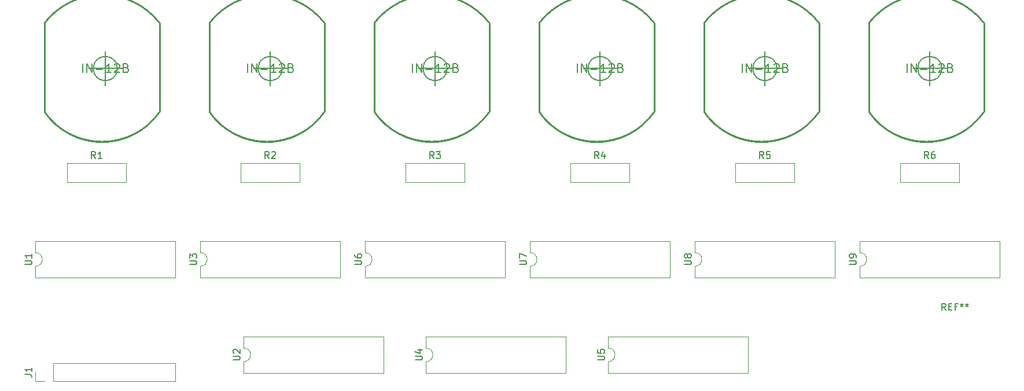
<source format=gbr>
G04 #@! TF.GenerationSoftware,KiCad,Pcbnew,(5.0.2)-1*
G04 #@! TF.CreationDate,2019-01-06T13:33:06-08:00*
G04 #@! TF.ProjectId,banana-nixie-clock,62616e61-6e61-42d6-9e69-7869652d636c,rev?*
G04 #@! TF.SameCoordinates,Original*
G04 #@! TF.FileFunction,Legend,Top*
G04 #@! TF.FilePolarity,Positive*
%FSLAX46Y46*%
G04 Gerber Fmt 4.6, Leading zero omitted, Abs format (unit mm)*
G04 Created by KiCad (PCBNEW (5.0.2)-1) date 1/6/2019 1:33:06 PM*
%MOMM*%
%LPD*%
G01*
G04 APERTURE LIST*
%ADD10C,0.254000*%
%ADD11C,0.127000*%
%ADD12C,0.063500*%
%ADD13C,0.120000*%
%ADD14C,0.150000*%
G04 APERTURE END LIST*
D10*
G04 #@! TO.C,N1*
X43489063Y-46658373D02*
G75*
G03X26670000Y-46672500I-8404043J-6541927D01*
G01*
X26679179Y-59699623D02*
G75*
G03X43497500Y-59690000I8405841J5805903D01*
G01*
D11*
X26672035Y-59689295D02*
G75*
G03X43497500Y-59690000I8412985J6011475D01*
G01*
X43489982Y-46659719D02*
G75*
G03X26670000Y-46672500I-8404962J-6624401D01*
G01*
X35560000Y-55839360D02*
X35560000Y-50840640D01*
X33060640Y-53340000D02*
X38059360Y-53340000D01*
X37327314Y-53340000D02*
G75*
G03X37327314Y-53340000I-1767314J0D01*
G01*
D12*
X37356051Y-53340000D02*
G75*
G03X37356051Y-53340000I-1796051J0D01*
G01*
D10*
X26670000Y-59529980D02*
X26670000Y-59690000D01*
X26670000Y-59529980D02*
X26670000Y-46672500D01*
X43497500Y-46672500D02*
X43497500Y-59690000D01*
G04 #@! TO.C,N2*
X67627500Y-46672500D02*
X67627500Y-59690000D01*
X50800000Y-59529980D02*
X50800000Y-46672500D01*
X50800000Y-59529980D02*
X50800000Y-59690000D01*
D12*
X61486051Y-53340000D02*
G75*
G03X61486051Y-53340000I-1796051J0D01*
G01*
D11*
X61457314Y-53340000D02*
G75*
G03X61457314Y-53340000I-1767314J0D01*
G01*
X57190640Y-53340000D02*
X62189360Y-53340000D01*
X59690000Y-55839360D02*
X59690000Y-50840640D01*
X67619982Y-46659719D02*
G75*
G03X50800000Y-46672500I-8404962J-6624401D01*
G01*
X50802035Y-59689295D02*
G75*
G03X67627500Y-59690000I8412985J6011475D01*
G01*
D10*
X50809179Y-59699623D02*
G75*
G03X67627500Y-59690000I8405841J5805903D01*
G01*
X67619063Y-46658373D02*
G75*
G03X50800000Y-46672500I-8404043J-6541927D01*
G01*
G04 #@! TO.C,N3*
X91749063Y-46658373D02*
G75*
G03X74930000Y-46672500I-8404043J-6541927D01*
G01*
X74939179Y-59699623D02*
G75*
G03X91757500Y-59690000I8405841J5805903D01*
G01*
D11*
X74932035Y-59689295D02*
G75*
G03X91757500Y-59690000I8412985J6011475D01*
G01*
X91749982Y-46659719D02*
G75*
G03X74930000Y-46672500I-8404962J-6624401D01*
G01*
X83820000Y-55839360D02*
X83820000Y-50840640D01*
X81320640Y-53340000D02*
X86319360Y-53340000D01*
X85587314Y-53340000D02*
G75*
G03X85587314Y-53340000I-1767314J0D01*
G01*
D12*
X85616051Y-53340000D02*
G75*
G03X85616051Y-53340000I-1796051J0D01*
G01*
D10*
X74930000Y-59529980D02*
X74930000Y-59690000D01*
X74930000Y-59529980D02*
X74930000Y-46672500D01*
X91757500Y-46672500D02*
X91757500Y-59690000D01*
G04 #@! TO.C,N4*
X115887500Y-46672500D02*
X115887500Y-59690000D01*
X99060000Y-59529980D02*
X99060000Y-46672500D01*
X99060000Y-59529980D02*
X99060000Y-59690000D01*
D12*
X109746051Y-53340000D02*
G75*
G03X109746051Y-53340000I-1796051J0D01*
G01*
D11*
X109717314Y-53340000D02*
G75*
G03X109717314Y-53340000I-1767314J0D01*
G01*
X105450640Y-53340000D02*
X110449360Y-53340000D01*
X107950000Y-55839360D02*
X107950000Y-50840640D01*
X115879982Y-46659719D02*
G75*
G03X99060000Y-46672500I-8404962J-6624401D01*
G01*
X99062035Y-59689295D02*
G75*
G03X115887500Y-59690000I8412985J6011475D01*
G01*
D10*
X99069179Y-59699623D02*
G75*
G03X115887500Y-59690000I8405841J5805903D01*
G01*
X115879063Y-46658373D02*
G75*
G03X99060000Y-46672500I-8404043J-6541927D01*
G01*
G04 #@! TO.C,N5*
X140009063Y-46658373D02*
G75*
G03X123190000Y-46672500I-8404043J-6541927D01*
G01*
X123199179Y-59699623D02*
G75*
G03X140017500Y-59690000I8405841J5805903D01*
G01*
D11*
X123192035Y-59689295D02*
G75*
G03X140017500Y-59690000I8412985J6011475D01*
G01*
X140009982Y-46659719D02*
G75*
G03X123190000Y-46672500I-8404962J-6624401D01*
G01*
X132080000Y-55839360D02*
X132080000Y-50840640D01*
X129580640Y-53340000D02*
X134579360Y-53340000D01*
X133847314Y-53340000D02*
G75*
G03X133847314Y-53340000I-1767314J0D01*
G01*
D12*
X133876051Y-53340000D02*
G75*
G03X133876051Y-53340000I-1796051J0D01*
G01*
D10*
X123190000Y-59529980D02*
X123190000Y-59690000D01*
X123190000Y-59529980D02*
X123190000Y-46672500D01*
X140017500Y-46672500D02*
X140017500Y-59690000D01*
G04 #@! TO.C,N6*
X164147500Y-46672500D02*
X164147500Y-59690000D01*
X147320000Y-59529980D02*
X147320000Y-46672500D01*
X147320000Y-59529980D02*
X147320000Y-59690000D01*
D12*
X158006051Y-53340000D02*
G75*
G03X158006051Y-53340000I-1796051J0D01*
G01*
D11*
X157977314Y-53340000D02*
G75*
G03X157977314Y-53340000I-1767314J0D01*
G01*
X153710640Y-53340000D02*
X158709360Y-53340000D01*
X156210000Y-55839360D02*
X156210000Y-50840640D01*
X164139982Y-46659719D02*
G75*
G03X147320000Y-46672500I-8404962J-6624401D01*
G01*
X147322035Y-59689295D02*
G75*
G03X164147500Y-59690000I8412985J6011475D01*
G01*
D10*
X147329179Y-59699623D02*
G75*
G03X164147500Y-59690000I8405841J5805903D01*
G01*
X164139063Y-46658373D02*
G75*
G03X147320000Y-46672500I-8404043J-6541927D01*
G01*
D13*
G04 #@! TO.C,J1*
X45780000Y-99120000D02*
X45780000Y-96460000D01*
X27940000Y-99120000D02*
X45780000Y-99120000D01*
X27940000Y-96460000D02*
X45780000Y-96460000D01*
X27940000Y-99120000D02*
X27940000Y-96460000D01*
X26670000Y-99120000D02*
X25340000Y-99120000D01*
X25340000Y-99120000D02*
X25340000Y-97790000D01*
G04 #@! TO.C,U4*
X82490000Y-94250000D02*
G75*
G02X82490000Y-96250000I0J-1000000D01*
G01*
X82490000Y-96250000D02*
X82490000Y-97900000D01*
X82490000Y-97900000D02*
X102930000Y-97900000D01*
X102930000Y-97900000D02*
X102930000Y-92600000D01*
X102930000Y-92600000D02*
X82490000Y-92600000D01*
X82490000Y-92600000D02*
X82490000Y-94250000D01*
G04 #@! TO.C,U1*
X25340000Y-78630000D02*
X25340000Y-80280000D01*
X45780000Y-78630000D02*
X25340000Y-78630000D01*
X45780000Y-83930000D02*
X45780000Y-78630000D01*
X25340000Y-83930000D02*
X45780000Y-83930000D01*
X25340000Y-82280000D02*
X25340000Y-83930000D01*
X25340000Y-80280000D02*
G75*
G02X25340000Y-82280000I0J-1000000D01*
G01*
G04 #@! TO.C,U2*
X55820000Y-94250000D02*
G75*
G02X55820000Y-96250000I0J-1000000D01*
G01*
X55820000Y-96250000D02*
X55820000Y-97900000D01*
X55820000Y-97900000D02*
X76260000Y-97900000D01*
X76260000Y-97900000D02*
X76260000Y-92600000D01*
X76260000Y-92600000D02*
X55820000Y-92600000D01*
X55820000Y-92600000D02*
X55820000Y-94250000D01*
G04 #@! TO.C,U3*
X49470000Y-78630000D02*
X49470000Y-80280000D01*
X69910000Y-78630000D02*
X49470000Y-78630000D01*
X69910000Y-83930000D02*
X69910000Y-78630000D01*
X49470000Y-83930000D02*
X69910000Y-83930000D01*
X49470000Y-82280000D02*
X49470000Y-83930000D01*
X49470000Y-80280000D02*
G75*
G02X49470000Y-82280000I0J-1000000D01*
G01*
G04 #@! TO.C,U5*
X109160000Y-94250000D02*
G75*
G02X109160000Y-96250000I0J-1000000D01*
G01*
X109160000Y-96250000D02*
X109160000Y-97900000D01*
X109160000Y-97900000D02*
X129600000Y-97900000D01*
X129600000Y-97900000D02*
X129600000Y-92600000D01*
X129600000Y-92600000D02*
X109160000Y-92600000D01*
X109160000Y-92600000D02*
X109160000Y-94250000D01*
G04 #@! TO.C,U7*
X97730000Y-78630000D02*
X97730000Y-80280000D01*
X118170000Y-78630000D02*
X97730000Y-78630000D01*
X118170000Y-83930000D02*
X118170000Y-78630000D01*
X97730000Y-83930000D02*
X118170000Y-83930000D01*
X97730000Y-82280000D02*
X97730000Y-83930000D01*
X97730000Y-80280000D02*
G75*
G02X97730000Y-82280000I0J-1000000D01*
G01*
G04 #@! TO.C,U8*
X121860000Y-80280000D02*
G75*
G02X121860000Y-82280000I0J-1000000D01*
G01*
X121860000Y-82280000D02*
X121860000Y-83930000D01*
X121860000Y-83930000D02*
X142300000Y-83930000D01*
X142300000Y-83930000D02*
X142300000Y-78630000D01*
X142300000Y-78630000D02*
X121860000Y-78630000D01*
X121860000Y-78630000D02*
X121860000Y-80280000D01*
G04 #@! TO.C,U9*
X145990000Y-78630000D02*
X145990000Y-80280000D01*
X166430000Y-78630000D02*
X145990000Y-78630000D01*
X166430000Y-83930000D02*
X166430000Y-78630000D01*
X145990000Y-83930000D02*
X166430000Y-83930000D01*
X145990000Y-82280000D02*
X145990000Y-83930000D01*
X145990000Y-80280000D02*
G75*
G02X145990000Y-82280000I0J-1000000D01*
G01*
G04 #@! TO.C,U6*
X73600000Y-80280000D02*
G75*
G02X73600000Y-82280000I0J-1000000D01*
G01*
X73600000Y-82280000D02*
X73600000Y-83930000D01*
X73600000Y-83930000D02*
X94040000Y-83930000D01*
X94040000Y-83930000D02*
X94040000Y-78630000D01*
X94040000Y-78630000D02*
X73600000Y-78630000D01*
X73600000Y-78630000D02*
X73600000Y-80280000D01*
G04 #@! TO.C,R2*
X64000000Y-67190000D02*
X64000000Y-69970000D01*
X55380000Y-67190000D02*
X55380000Y-69970000D01*
X55380000Y-69970000D02*
X64000000Y-69970000D01*
X55380000Y-67190000D02*
X64000000Y-67190000D01*
G04 #@! TO.C,R1*
X29980000Y-67190000D02*
X38600000Y-67190000D01*
X29980000Y-69970000D02*
X38600000Y-69970000D01*
X29980000Y-67190000D02*
X29980000Y-69970000D01*
X38600000Y-67190000D02*
X38600000Y-69970000D01*
G04 #@! TO.C,R6*
X160520000Y-67190000D02*
X160520000Y-69970000D01*
X151900000Y-67190000D02*
X151900000Y-69970000D01*
X151900000Y-69970000D02*
X160520000Y-69970000D01*
X151900000Y-67190000D02*
X160520000Y-67190000D01*
G04 #@! TO.C,R5*
X127770000Y-67190000D02*
X136390000Y-67190000D01*
X127770000Y-69970000D02*
X136390000Y-69970000D01*
X127770000Y-67190000D02*
X127770000Y-69970000D01*
X136390000Y-67190000D02*
X136390000Y-69970000D01*
G04 #@! TO.C,R4*
X112260000Y-67190000D02*
X112260000Y-69970000D01*
X103640000Y-67190000D02*
X103640000Y-69970000D01*
X103640000Y-69970000D02*
X112260000Y-69970000D01*
X103640000Y-67190000D02*
X112260000Y-67190000D01*
G04 #@! TO.C,R3*
X79510000Y-67190000D02*
X88130000Y-67190000D01*
X79510000Y-69970000D02*
X88130000Y-69970000D01*
X79510000Y-67190000D02*
X79510000Y-69970000D01*
X88130000Y-67190000D02*
X88130000Y-69970000D01*
G04 #@! TO.C,N1*
D14*
X32264047Y-53914523D02*
X32264047Y-52644523D01*
X32868809Y-53914523D02*
X32868809Y-52644523D01*
X33594523Y-53914523D01*
X33594523Y-52644523D01*
X34199285Y-53430714D02*
X35166904Y-53430714D01*
X36436904Y-53914523D02*
X35711190Y-53914523D01*
X36074047Y-53914523D02*
X36074047Y-52644523D01*
X35953095Y-52825952D01*
X35832142Y-52946904D01*
X35711190Y-53007380D01*
X36920714Y-52765476D02*
X36981190Y-52705000D01*
X37102142Y-52644523D01*
X37404523Y-52644523D01*
X37525476Y-52705000D01*
X37585952Y-52765476D01*
X37646428Y-52886428D01*
X37646428Y-53007380D01*
X37585952Y-53188809D01*
X36860238Y-53914523D01*
X37646428Y-53914523D01*
X38614047Y-53249285D02*
X38795476Y-53309761D01*
X38855952Y-53370238D01*
X38916428Y-53491190D01*
X38916428Y-53672619D01*
X38855952Y-53793571D01*
X38795476Y-53854047D01*
X38674523Y-53914523D01*
X38190714Y-53914523D01*
X38190714Y-52644523D01*
X38614047Y-52644523D01*
X38735000Y-52705000D01*
X38795476Y-52765476D01*
X38855952Y-52886428D01*
X38855952Y-53007380D01*
X38795476Y-53128333D01*
X38735000Y-53188809D01*
X38614047Y-53249285D01*
X38190714Y-53249285D01*
G04 #@! TO.C,N2*
X56394047Y-53914523D02*
X56394047Y-52644523D01*
X56998809Y-53914523D02*
X56998809Y-52644523D01*
X57724523Y-53914523D01*
X57724523Y-52644523D01*
X58329285Y-53430714D02*
X59296904Y-53430714D01*
X60566904Y-53914523D02*
X59841190Y-53914523D01*
X60204047Y-53914523D02*
X60204047Y-52644523D01*
X60083095Y-52825952D01*
X59962142Y-52946904D01*
X59841190Y-53007380D01*
X61050714Y-52765476D02*
X61111190Y-52705000D01*
X61232142Y-52644523D01*
X61534523Y-52644523D01*
X61655476Y-52705000D01*
X61715952Y-52765476D01*
X61776428Y-52886428D01*
X61776428Y-53007380D01*
X61715952Y-53188809D01*
X60990238Y-53914523D01*
X61776428Y-53914523D01*
X62744047Y-53249285D02*
X62925476Y-53309761D01*
X62985952Y-53370238D01*
X63046428Y-53491190D01*
X63046428Y-53672619D01*
X62985952Y-53793571D01*
X62925476Y-53854047D01*
X62804523Y-53914523D01*
X62320714Y-53914523D01*
X62320714Y-52644523D01*
X62744047Y-52644523D01*
X62865000Y-52705000D01*
X62925476Y-52765476D01*
X62985952Y-52886428D01*
X62985952Y-53007380D01*
X62925476Y-53128333D01*
X62865000Y-53188809D01*
X62744047Y-53249285D01*
X62320714Y-53249285D01*
G04 #@! TO.C,N3*
X80524047Y-53914523D02*
X80524047Y-52644523D01*
X81128809Y-53914523D02*
X81128809Y-52644523D01*
X81854523Y-53914523D01*
X81854523Y-52644523D01*
X82459285Y-53430714D02*
X83426904Y-53430714D01*
X84696904Y-53914523D02*
X83971190Y-53914523D01*
X84334047Y-53914523D02*
X84334047Y-52644523D01*
X84213095Y-52825952D01*
X84092142Y-52946904D01*
X83971190Y-53007380D01*
X85180714Y-52765476D02*
X85241190Y-52705000D01*
X85362142Y-52644523D01*
X85664523Y-52644523D01*
X85785476Y-52705000D01*
X85845952Y-52765476D01*
X85906428Y-52886428D01*
X85906428Y-53007380D01*
X85845952Y-53188809D01*
X85120238Y-53914523D01*
X85906428Y-53914523D01*
X86874047Y-53249285D02*
X87055476Y-53309761D01*
X87115952Y-53370238D01*
X87176428Y-53491190D01*
X87176428Y-53672619D01*
X87115952Y-53793571D01*
X87055476Y-53854047D01*
X86934523Y-53914523D01*
X86450714Y-53914523D01*
X86450714Y-52644523D01*
X86874047Y-52644523D01*
X86995000Y-52705000D01*
X87055476Y-52765476D01*
X87115952Y-52886428D01*
X87115952Y-53007380D01*
X87055476Y-53128333D01*
X86995000Y-53188809D01*
X86874047Y-53249285D01*
X86450714Y-53249285D01*
G04 #@! TO.C,N4*
X104654047Y-53914523D02*
X104654047Y-52644523D01*
X105258809Y-53914523D02*
X105258809Y-52644523D01*
X105984523Y-53914523D01*
X105984523Y-52644523D01*
X106589285Y-53430714D02*
X107556904Y-53430714D01*
X108826904Y-53914523D02*
X108101190Y-53914523D01*
X108464047Y-53914523D02*
X108464047Y-52644523D01*
X108343095Y-52825952D01*
X108222142Y-52946904D01*
X108101190Y-53007380D01*
X109310714Y-52765476D02*
X109371190Y-52705000D01*
X109492142Y-52644523D01*
X109794523Y-52644523D01*
X109915476Y-52705000D01*
X109975952Y-52765476D01*
X110036428Y-52886428D01*
X110036428Y-53007380D01*
X109975952Y-53188809D01*
X109250238Y-53914523D01*
X110036428Y-53914523D01*
X111004047Y-53249285D02*
X111185476Y-53309761D01*
X111245952Y-53370238D01*
X111306428Y-53491190D01*
X111306428Y-53672619D01*
X111245952Y-53793571D01*
X111185476Y-53854047D01*
X111064523Y-53914523D01*
X110580714Y-53914523D01*
X110580714Y-52644523D01*
X111004047Y-52644523D01*
X111125000Y-52705000D01*
X111185476Y-52765476D01*
X111245952Y-52886428D01*
X111245952Y-53007380D01*
X111185476Y-53128333D01*
X111125000Y-53188809D01*
X111004047Y-53249285D01*
X110580714Y-53249285D01*
G04 #@! TO.C,N5*
X128784047Y-53914523D02*
X128784047Y-52644523D01*
X129388809Y-53914523D02*
X129388809Y-52644523D01*
X130114523Y-53914523D01*
X130114523Y-52644523D01*
X130719285Y-53430714D02*
X131686904Y-53430714D01*
X132956904Y-53914523D02*
X132231190Y-53914523D01*
X132594047Y-53914523D02*
X132594047Y-52644523D01*
X132473095Y-52825952D01*
X132352142Y-52946904D01*
X132231190Y-53007380D01*
X133440714Y-52765476D02*
X133501190Y-52705000D01*
X133622142Y-52644523D01*
X133924523Y-52644523D01*
X134045476Y-52705000D01*
X134105952Y-52765476D01*
X134166428Y-52886428D01*
X134166428Y-53007380D01*
X134105952Y-53188809D01*
X133380238Y-53914523D01*
X134166428Y-53914523D01*
X135134047Y-53249285D02*
X135315476Y-53309761D01*
X135375952Y-53370238D01*
X135436428Y-53491190D01*
X135436428Y-53672619D01*
X135375952Y-53793571D01*
X135315476Y-53854047D01*
X135194523Y-53914523D01*
X134710714Y-53914523D01*
X134710714Y-52644523D01*
X135134047Y-52644523D01*
X135255000Y-52705000D01*
X135315476Y-52765476D01*
X135375952Y-52886428D01*
X135375952Y-53007380D01*
X135315476Y-53128333D01*
X135255000Y-53188809D01*
X135134047Y-53249285D01*
X134710714Y-53249285D01*
G04 #@! TO.C,N6*
X152914047Y-53914523D02*
X152914047Y-52644523D01*
X153518809Y-53914523D02*
X153518809Y-52644523D01*
X154244523Y-53914523D01*
X154244523Y-52644523D01*
X154849285Y-53430714D02*
X155816904Y-53430714D01*
X157086904Y-53914523D02*
X156361190Y-53914523D01*
X156724047Y-53914523D02*
X156724047Y-52644523D01*
X156603095Y-52825952D01*
X156482142Y-52946904D01*
X156361190Y-53007380D01*
X157570714Y-52765476D02*
X157631190Y-52705000D01*
X157752142Y-52644523D01*
X158054523Y-52644523D01*
X158175476Y-52705000D01*
X158235952Y-52765476D01*
X158296428Y-52886428D01*
X158296428Y-53007380D01*
X158235952Y-53188809D01*
X157510238Y-53914523D01*
X158296428Y-53914523D01*
X159264047Y-53249285D02*
X159445476Y-53309761D01*
X159505952Y-53370238D01*
X159566428Y-53491190D01*
X159566428Y-53672619D01*
X159505952Y-53793571D01*
X159445476Y-53854047D01*
X159324523Y-53914523D01*
X158840714Y-53914523D01*
X158840714Y-52644523D01*
X159264047Y-52644523D01*
X159385000Y-52705000D01*
X159445476Y-52765476D01*
X159505952Y-52886428D01*
X159505952Y-53007380D01*
X159445476Y-53128333D01*
X159385000Y-53188809D01*
X159264047Y-53249285D01*
X158840714Y-53249285D01*
G04 #@! TO.C,J1*
X23792380Y-98123333D02*
X24506666Y-98123333D01*
X24649523Y-98170952D01*
X24744761Y-98266190D01*
X24792380Y-98409047D01*
X24792380Y-98504285D01*
X24792380Y-97123333D02*
X24792380Y-97694761D01*
X24792380Y-97409047D02*
X23792380Y-97409047D01*
X23935238Y-97504285D01*
X24030476Y-97599523D01*
X24078095Y-97694761D01*
G04 #@! TO.C,U4*
X80942380Y-96011904D02*
X81751904Y-96011904D01*
X81847142Y-95964285D01*
X81894761Y-95916666D01*
X81942380Y-95821428D01*
X81942380Y-95630952D01*
X81894761Y-95535714D01*
X81847142Y-95488095D01*
X81751904Y-95440476D01*
X80942380Y-95440476D01*
X81275714Y-94535714D02*
X81942380Y-94535714D01*
X80894761Y-94773809D02*
X81609047Y-95011904D01*
X81609047Y-94392857D01*
G04 #@! TO.C,U1*
X23792380Y-82041904D02*
X24601904Y-82041904D01*
X24697142Y-81994285D01*
X24744761Y-81946666D01*
X24792380Y-81851428D01*
X24792380Y-81660952D01*
X24744761Y-81565714D01*
X24697142Y-81518095D01*
X24601904Y-81470476D01*
X23792380Y-81470476D01*
X24792380Y-80470476D02*
X24792380Y-81041904D01*
X24792380Y-80756190D02*
X23792380Y-80756190D01*
X23935238Y-80851428D01*
X24030476Y-80946666D01*
X24078095Y-81041904D01*
G04 #@! TO.C,U2*
X54272380Y-96011904D02*
X55081904Y-96011904D01*
X55177142Y-95964285D01*
X55224761Y-95916666D01*
X55272380Y-95821428D01*
X55272380Y-95630952D01*
X55224761Y-95535714D01*
X55177142Y-95488095D01*
X55081904Y-95440476D01*
X54272380Y-95440476D01*
X54367619Y-95011904D02*
X54320000Y-94964285D01*
X54272380Y-94869047D01*
X54272380Y-94630952D01*
X54320000Y-94535714D01*
X54367619Y-94488095D01*
X54462857Y-94440476D01*
X54558095Y-94440476D01*
X54700952Y-94488095D01*
X55272380Y-95059523D01*
X55272380Y-94440476D01*
G04 #@! TO.C,U3*
X47922380Y-82041904D02*
X48731904Y-82041904D01*
X48827142Y-81994285D01*
X48874761Y-81946666D01*
X48922380Y-81851428D01*
X48922380Y-81660952D01*
X48874761Y-81565714D01*
X48827142Y-81518095D01*
X48731904Y-81470476D01*
X47922380Y-81470476D01*
X47922380Y-81089523D02*
X47922380Y-80470476D01*
X48303333Y-80803809D01*
X48303333Y-80660952D01*
X48350952Y-80565714D01*
X48398571Y-80518095D01*
X48493809Y-80470476D01*
X48731904Y-80470476D01*
X48827142Y-80518095D01*
X48874761Y-80565714D01*
X48922380Y-80660952D01*
X48922380Y-80946666D01*
X48874761Y-81041904D01*
X48827142Y-81089523D01*
G04 #@! TO.C,U5*
X107612380Y-96011904D02*
X108421904Y-96011904D01*
X108517142Y-95964285D01*
X108564761Y-95916666D01*
X108612380Y-95821428D01*
X108612380Y-95630952D01*
X108564761Y-95535714D01*
X108517142Y-95488095D01*
X108421904Y-95440476D01*
X107612380Y-95440476D01*
X107612380Y-94488095D02*
X107612380Y-94964285D01*
X108088571Y-95011904D01*
X108040952Y-94964285D01*
X107993333Y-94869047D01*
X107993333Y-94630952D01*
X108040952Y-94535714D01*
X108088571Y-94488095D01*
X108183809Y-94440476D01*
X108421904Y-94440476D01*
X108517142Y-94488095D01*
X108564761Y-94535714D01*
X108612380Y-94630952D01*
X108612380Y-94869047D01*
X108564761Y-94964285D01*
X108517142Y-95011904D01*
G04 #@! TO.C,U7*
X96182380Y-82041904D02*
X96991904Y-82041904D01*
X97087142Y-81994285D01*
X97134761Y-81946666D01*
X97182380Y-81851428D01*
X97182380Y-81660952D01*
X97134761Y-81565714D01*
X97087142Y-81518095D01*
X96991904Y-81470476D01*
X96182380Y-81470476D01*
X96182380Y-81089523D02*
X96182380Y-80422857D01*
X97182380Y-80851428D01*
G04 #@! TO.C,U8*
X120312380Y-82041904D02*
X121121904Y-82041904D01*
X121217142Y-81994285D01*
X121264761Y-81946666D01*
X121312380Y-81851428D01*
X121312380Y-81660952D01*
X121264761Y-81565714D01*
X121217142Y-81518095D01*
X121121904Y-81470476D01*
X120312380Y-81470476D01*
X120740952Y-80851428D02*
X120693333Y-80946666D01*
X120645714Y-80994285D01*
X120550476Y-81041904D01*
X120502857Y-81041904D01*
X120407619Y-80994285D01*
X120360000Y-80946666D01*
X120312380Y-80851428D01*
X120312380Y-80660952D01*
X120360000Y-80565714D01*
X120407619Y-80518095D01*
X120502857Y-80470476D01*
X120550476Y-80470476D01*
X120645714Y-80518095D01*
X120693333Y-80565714D01*
X120740952Y-80660952D01*
X120740952Y-80851428D01*
X120788571Y-80946666D01*
X120836190Y-80994285D01*
X120931428Y-81041904D01*
X121121904Y-81041904D01*
X121217142Y-80994285D01*
X121264761Y-80946666D01*
X121312380Y-80851428D01*
X121312380Y-80660952D01*
X121264761Y-80565714D01*
X121217142Y-80518095D01*
X121121904Y-80470476D01*
X120931428Y-80470476D01*
X120836190Y-80518095D01*
X120788571Y-80565714D01*
X120740952Y-80660952D01*
G04 #@! TO.C,U9*
X144442380Y-82041904D02*
X145251904Y-82041904D01*
X145347142Y-81994285D01*
X145394761Y-81946666D01*
X145442380Y-81851428D01*
X145442380Y-81660952D01*
X145394761Y-81565714D01*
X145347142Y-81518095D01*
X145251904Y-81470476D01*
X144442380Y-81470476D01*
X145442380Y-80946666D02*
X145442380Y-80756190D01*
X145394761Y-80660952D01*
X145347142Y-80613333D01*
X145204285Y-80518095D01*
X145013809Y-80470476D01*
X144632857Y-80470476D01*
X144537619Y-80518095D01*
X144490000Y-80565714D01*
X144442380Y-80660952D01*
X144442380Y-80851428D01*
X144490000Y-80946666D01*
X144537619Y-80994285D01*
X144632857Y-81041904D01*
X144870952Y-81041904D01*
X144966190Y-80994285D01*
X145013809Y-80946666D01*
X145061428Y-80851428D01*
X145061428Y-80660952D01*
X145013809Y-80565714D01*
X144966190Y-80518095D01*
X144870952Y-80470476D01*
G04 #@! TO.C,U6*
X72052380Y-82041904D02*
X72861904Y-82041904D01*
X72957142Y-81994285D01*
X73004761Y-81946666D01*
X73052380Y-81851428D01*
X73052380Y-81660952D01*
X73004761Y-81565714D01*
X72957142Y-81518095D01*
X72861904Y-81470476D01*
X72052380Y-81470476D01*
X72052380Y-80565714D02*
X72052380Y-80756190D01*
X72100000Y-80851428D01*
X72147619Y-80899047D01*
X72290476Y-80994285D01*
X72480952Y-81041904D01*
X72861904Y-81041904D01*
X72957142Y-80994285D01*
X73004761Y-80946666D01*
X73052380Y-80851428D01*
X73052380Y-80660952D01*
X73004761Y-80565714D01*
X72957142Y-80518095D01*
X72861904Y-80470476D01*
X72623809Y-80470476D01*
X72528571Y-80518095D01*
X72480952Y-80565714D01*
X72433333Y-80660952D01*
X72433333Y-80851428D01*
X72480952Y-80946666D01*
X72528571Y-80994285D01*
X72623809Y-81041904D01*
G04 #@! TO.C,R2*
X59523333Y-66512380D02*
X59190000Y-66036190D01*
X58951904Y-66512380D02*
X58951904Y-65512380D01*
X59332857Y-65512380D01*
X59428095Y-65560000D01*
X59475714Y-65607619D01*
X59523333Y-65702857D01*
X59523333Y-65845714D01*
X59475714Y-65940952D01*
X59428095Y-65988571D01*
X59332857Y-66036190D01*
X58951904Y-66036190D01*
X59904285Y-65607619D02*
X59951904Y-65560000D01*
X60047142Y-65512380D01*
X60285238Y-65512380D01*
X60380476Y-65560000D01*
X60428095Y-65607619D01*
X60475714Y-65702857D01*
X60475714Y-65798095D01*
X60428095Y-65940952D01*
X59856666Y-66512380D01*
X60475714Y-66512380D01*
G04 #@! TO.C,R1*
X34123333Y-66512380D02*
X33790000Y-66036190D01*
X33551904Y-66512380D02*
X33551904Y-65512380D01*
X33932857Y-65512380D01*
X34028095Y-65560000D01*
X34075714Y-65607619D01*
X34123333Y-65702857D01*
X34123333Y-65845714D01*
X34075714Y-65940952D01*
X34028095Y-65988571D01*
X33932857Y-66036190D01*
X33551904Y-66036190D01*
X35075714Y-66512380D02*
X34504285Y-66512380D01*
X34790000Y-66512380D02*
X34790000Y-65512380D01*
X34694761Y-65655238D01*
X34599523Y-65750476D01*
X34504285Y-65798095D01*
G04 #@! TO.C,R6*
X156043333Y-66512380D02*
X155710000Y-66036190D01*
X155471904Y-66512380D02*
X155471904Y-65512380D01*
X155852857Y-65512380D01*
X155948095Y-65560000D01*
X155995714Y-65607619D01*
X156043333Y-65702857D01*
X156043333Y-65845714D01*
X155995714Y-65940952D01*
X155948095Y-65988571D01*
X155852857Y-66036190D01*
X155471904Y-66036190D01*
X156900476Y-65512380D02*
X156710000Y-65512380D01*
X156614761Y-65560000D01*
X156567142Y-65607619D01*
X156471904Y-65750476D01*
X156424285Y-65940952D01*
X156424285Y-66321904D01*
X156471904Y-66417142D01*
X156519523Y-66464761D01*
X156614761Y-66512380D01*
X156805238Y-66512380D01*
X156900476Y-66464761D01*
X156948095Y-66417142D01*
X156995714Y-66321904D01*
X156995714Y-66083809D01*
X156948095Y-65988571D01*
X156900476Y-65940952D01*
X156805238Y-65893333D01*
X156614761Y-65893333D01*
X156519523Y-65940952D01*
X156471904Y-65988571D01*
X156424285Y-66083809D01*
G04 #@! TO.C,R5*
X131913333Y-66512380D02*
X131580000Y-66036190D01*
X131341904Y-66512380D02*
X131341904Y-65512380D01*
X131722857Y-65512380D01*
X131818095Y-65560000D01*
X131865714Y-65607619D01*
X131913333Y-65702857D01*
X131913333Y-65845714D01*
X131865714Y-65940952D01*
X131818095Y-65988571D01*
X131722857Y-66036190D01*
X131341904Y-66036190D01*
X132818095Y-65512380D02*
X132341904Y-65512380D01*
X132294285Y-65988571D01*
X132341904Y-65940952D01*
X132437142Y-65893333D01*
X132675238Y-65893333D01*
X132770476Y-65940952D01*
X132818095Y-65988571D01*
X132865714Y-66083809D01*
X132865714Y-66321904D01*
X132818095Y-66417142D01*
X132770476Y-66464761D01*
X132675238Y-66512380D01*
X132437142Y-66512380D01*
X132341904Y-66464761D01*
X132294285Y-66417142D01*
G04 #@! TO.C,R4*
X107783333Y-66512380D02*
X107450000Y-66036190D01*
X107211904Y-66512380D02*
X107211904Y-65512380D01*
X107592857Y-65512380D01*
X107688095Y-65560000D01*
X107735714Y-65607619D01*
X107783333Y-65702857D01*
X107783333Y-65845714D01*
X107735714Y-65940952D01*
X107688095Y-65988571D01*
X107592857Y-66036190D01*
X107211904Y-66036190D01*
X108640476Y-65845714D02*
X108640476Y-66512380D01*
X108402380Y-65464761D02*
X108164285Y-66179047D01*
X108783333Y-66179047D01*
G04 #@! TO.C,R3*
X83653333Y-66512380D02*
X83320000Y-66036190D01*
X83081904Y-66512380D02*
X83081904Y-65512380D01*
X83462857Y-65512380D01*
X83558095Y-65560000D01*
X83605714Y-65607619D01*
X83653333Y-65702857D01*
X83653333Y-65845714D01*
X83605714Y-65940952D01*
X83558095Y-65988571D01*
X83462857Y-66036190D01*
X83081904Y-66036190D01*
X83986666Y-65512380D02*
X84605714Y-65512380D01*
X84272380Y-65893333D01*
X84415238Y-65893333D01*
X84510476Y-65940952D01*
X84558095Y-65988571D01*
X84605714Y-66083809D01*
X84605714Y-66321904D01*
X84558095Y-66417142D01*
X84510476Y-66464761D01*
X84415238Y-66512380D01*
X84129523Y-66512380D01*
X84034285Y-66464761D01*
X83986666Y-66417142D01*
G04 #@! TO.C,REF\002A\002A*
X158559666Y-88717380D02*
X158226333Y-88241190D01*
X157988238Y-88717380D02*
X157988238Y-87717380D01*
X158369190Y-87717380D01*
X158464428Y-87765000D01*
X158512047Y-87812619D01*
X158559666Y-87907857D01*
X158559666Y-88050714D01*
X158512047Y-88145952D01*
X158464428Y-88193571D01*
X158369190Y-88241190D01*
X157988238Y-88241190D01*
X158988238Y-88193571D02*
X159321571Y-88193571D01*
X159464428Y-88717380D02*
X158988238Y-88717380D01*
X158988238Y-87717380D01*
X159464428Y-87717380D01*
X160226333Y-88193571D02*
X159893000Y-88193571D01*
X159893000Y-88717380D02*
X159893000Y-87717380D01*
X160369190Y-87717380D01*
X160893000Y-87717380D02*
X160893000Y-87955476D01*
X160654904Y-87860238D02*
X160893000Y-87955476D01*
X161131095Y-87860238D01*
X160750142Y-88145952D02*
X160893000Y-87955476D01*
X161035857Y-88145952D01*
X161654904Y-87717380D02*
X161654904Y-87955476D01*
X161416809Y-87860238D02*
X161654904Y-87955476D01*
X161893000Y-87860238D01*
X161512047Y-88145952D02*
X161654904Y-87955476D01*
X161797761Y-88145952D01*
G04 #@! TD*
M02*

</source>
